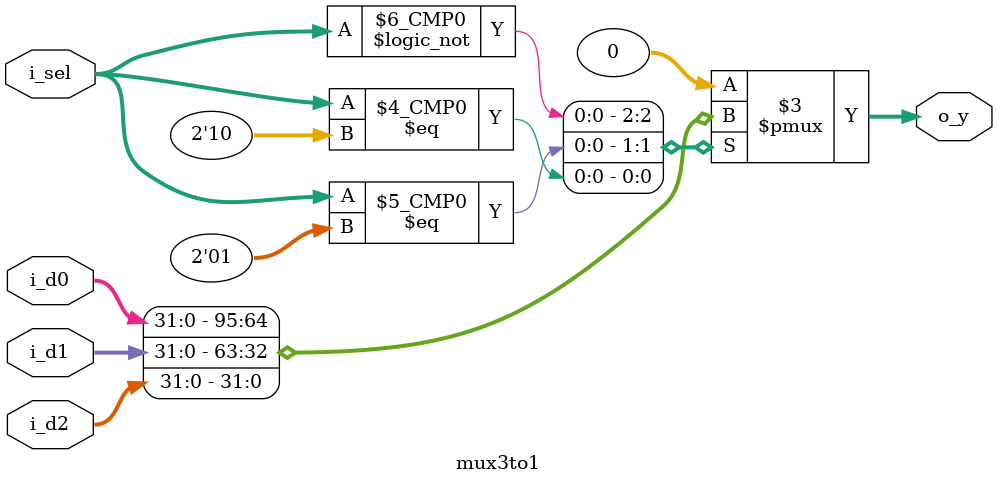
<source format=sv>
module mux3to1 (
    input  logic [31:0] i_d0,   // ALU result
    input  logic [31:0] i_d1,   // Load data
    input  logic [31:0] i_d2,   // PC + 4
    input  logic [1:0]  i_sel,  // wb_sel
    output logic [31:0] o_y     // wb_data
);

    always_comb begin
        unique case (i_sel)
            2'b00: o_y = i_d0;  // ALU result
            2'b01: o_y = i_d1;  // Memory load
            2'b10: o_y = i_d2;  // PC + 4
            default: o_y = 32'b0;
        endcase
    end

endmodule

</source>
